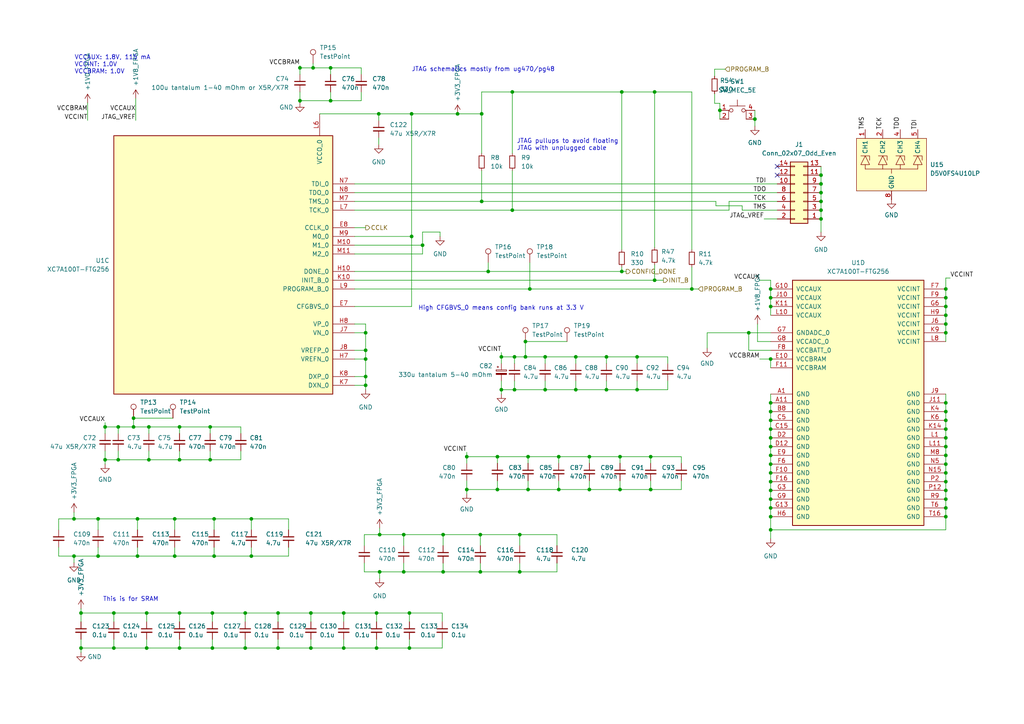
<source format=kicad_sch>
(kicad_sch (version 20211123) (generator eeschema)
  (paper "A4")
  (title_block (title "VGA Centrifuge") (date "2022-09-30") (rev "R1") (comment 1 "Author: Paolo Celati") (comment 2 "FPGA Power & JTAG"))
  (junction (at 238.125 63.5))
  (junction (at 50.673 161.29))
  (junction (at 62.103 161.29))
  (junction (at 95.885 19.685))
  (junction (at 148.59 60.96))
  (junction (at 110.109 165.862))
  (junction (at 30.48 123.825))
  (junction (at 274.32 88.9))
  (junction (at 119.38 68.58))
  (junction (at 60.96 123.825))
  (junction (at 153.67 83.82))
  (junction (at 274.32 139.7))
  (junction (at 179.832 141.986))
  (junction (at 33.02 177.8))
  (junction (at 28.448 150.495))
  (junction (at 162.052 141.986))
  (junction (at 60.96 133.35))
  (junction (at 274.32 134.62))
  (junction (at 274.32 91.44))
  (junction (at 71.12 187.96))
  (junction (at 150.749 155.067))
  (junction (at 184.785 113.03))
  (junction (at 33.02 187.96))
  (junction (at 158.115 113.03))
  (junction (at 109.22 187.96))
  (junction (at 42.545 187.96))
  (junction (at 139.319 165.862))
  (junction (at 223.52 129.54))
  (junction (at 274.32 96.52))
  (junction (at 274.32 137.16))
  (junction (at 106.045 104.14))
  (junction (at 223.52 153.67))
  (junction (at 21.463 161.29))
  (junction (at 72.898 161.29))
  (junction (at 38.735 121.285))
  (junction (at 223.52 149.86))
  (junction (at 71.12 177.8))
  (junction (at 52.07 133.35))
  (junction (at 274.32 116.84))
  (junction (at 223.52 147.32))
  (junction (at 128.524 155.067))
  (junction (at 72.898 150.495))
  (junction (at 223.52 121.92))
  (junction (at 152.4 103.505))
  (junction (at 39.878 150.495))
  (junction (at 274.32 121.92))
  (junction (at 223.52 86.36))
  (junction (at 170.942 132.461))
  (junction (at 139.319 155.067))
  (junction (at 30.48 133.35))
  (junction (at 34.29 123.825))
  (junction (at 238.125 60.96))
  (junction (at 223.52 132.08))
  (junction (at 150.749 165.862))
  (junction (at 38.735 123.825))
  (junction (at 223.52 104.14))
  (junction (at 274.32 149.86))
  (junction (at 188.722 132.461))
  (junction (at 145.415 103.505))
  (junction (at 184.785 103.505))
  (junction (at 223.52 127))
  (junction (at 86.995 19.685))
  (junction (at 99.695 187.96))
  (junction (at 99.695 177.8))
  (junction (at 144.272 132.461))
  (junction (at 148.59 26.67))
  (junction (at 238.125 58.42))
  (junction (at 117.094 155.067))
  (junction (at 274.32 129.54))
  (junction (at 223.52 134.62))
  (junction (at 42.545 177.8))
  (junction (at 21.463 150.495))
  (junction (at 90.805 19.685))
  (junction (at 274.32 124.46))
  (junction (at 118.745 187.96))
  (junction (at 153.162 132.461))
  (junction (at 90.17 177.8))
  (junction (at 180.34 78.74))
  (junction (at 106.045 109.22))
  (junction (at 274.32 83.82))
  (junction (at 34.29 133.35))
  (junction (at 189.865 81.28))
  (junction (at 162.052 132.461))
  (junction (at 106.045 101.6))
  (junction (at 61.595 187.96))
  (junction (at 189.865 26.67))
  (junction (at 106.045 96.52))
  (junction (at 238.125 50.8))
  (junction (at 238.125 53.34))
  (junction (at 62.103 150.495))
  (junction (at 23.495 187.96))
  (junction (at 139.7 58.42))
  (junction (at 274.32 144.78))
  (junction (at 52.07 177.8))
  (junction (at 274.32 119.38))
  (junction (at 52.07 187.96))
  (junction (at 80.645 187.96))
  (junction (at 90.17 187.96))
  (junction (at 110.109 155.067))
  (junction (at 80.645 177.8))
  (junction (at 144.272 141.986))
  (junction (at 149.225 103.505))
  (junction (at 122.555 71.12))
  (junction (at 95.885 29.21))
  (junction (at 149.225 113.03))
  (junction (at 145.415 113.03))
  (junction (at 223.52 139.7))
  (junction (at 223.52 83.82))
  (junction (at 135.382 141.986))
  (junction (at 106.045 111.76))
  (junction (at 86.995 29.21))
  (junction (at 188.722 141.986))
  (junction (at 152.4 99.06))
  (junction (at 50.673 150.495))
  (junction (at 175.895 103.505))
  (junction (at 179.832 132.461))
  (junction (at 139.7 33.02))
  (junction (at 167.005 103.505))
  (junction (at 223.52 142.24))
  (junction (at 274.32 93.98))
  (junction (at 153.162 141.986))
  (junction (at 218.948 34.544))
  (junction (at 128.524 165.862))
  (junction (at 223.52 88.9))
  (junction (at 238.125 55.88))
  (junction (at 180.34 26.67))
  (junction (at 167.005 113.03))
  (junction (at 223.52 116.84))
  (junction (at 217.17 96.52))
  (junction (at 274.32 147.32))
  (junction (at 119.38 33.02))
  (junction (at 135.382 132.461))
  (junction (at 43.18 123.825))
  (junction (at 109.22 177.8))
  (junction (at 274.32 86.36))
  (junction (at 223.52 124.46))
  (junction (at 39.878 161.29))
  (junction (at 200.66 83.82))
  (junction (at 43.18 133.35))
  (junction (at 223.52 144.78))
  (junction (at 170.942 141.986))
  (junction (at 109.855 33.02))
  (junction (at 23.495 177.8))
  (junction (at 223.52 119.38))
  (junction (at 61.595 177.8))
  (junction (at 274.32 127))
  (junction (at 274.32 142.24))
  (junction (at 175.895 113.03))
  (junction (at 208.788 32.004))
  (junction (at 132.715 33.02))
  (junction (at 141.605 78.74))
  (junction (at 117.094 165.862))
  (junction (at 223.52 137.16))
  (junction (at 274.32 132.08))
  (junction (at 28.448 161.29))
  (junction (at 52.07 123.825))
  (junction (at 158.115 103.505))
  (junction (at 118.745 177.8))
  (no_connect (at 225.425 50.8))
  (no_connect (at 225.425 48.26))
  (wire (pts (xy 39.878 150.495) (xy 50.673 150.495)))
  (wire (pts (xy 42.545 187.96) (xy 42.545 185.42)))
  (wire (pts (xy 117.094 155.067) (xy 117.094 158.242)))
  (wire (pts (xy 122.555 67.31) (xy 127.635 67.31)))
  (wire (pts (xy 28.448 150.495) (xy 39.878 150.495)))
  (wire (pts (xy 109.855 40.005) (xy 109.855 41.91)))
  (wire (pts (xy 200.66 72.39) (xy 200.66 26.67)))
  (wire (pts (xy 170.942 134.366) (xy 170.942 132.461)))
  (wire (pts (xy 106.045 109.22) (xy 102.87 109.22)))
  (wire (pts (xy 135.382 139.446) (xy 135.382 141.986)))
  (wire (pts (xy 139.319 155.067) (xy 139.319 158.242)))
  (wire (pts (xy 162.052 141.986) (xy 170.942 141.986)))
  (wire (pts (xy 80.645 177.8) (xy 90.17 177.8)))
  (wire (pts (xy 105.664 165.862) (xy 105.664 163.322)))
  (wire (pts (xy 95.885 21.59) (xy 95.885 19.685)))
  (wire (pts (xy 170.942 139.446) (xy 170.942 141.986)))
  (wire (pts (xy 17.018 150.495) (xy 17.018 153.67)))
  (wire (pts (xy 179.832 134.366) (xy 179.832 132.461)))
  (wire (pts (xy 145.415 103.505) (xy 149.225 103.505)))
  (wire (pts (xy 99.695 187.96) (xy 90.17 187.96)))
  (wire (pts (xy 102.87 81.28) (xy 189.865 81.28)))
  (wire (pts (xy 238.125 53.34) (xy 238.125 55.88)))
  (wire (pts (xy 223.52 142.24) (xy 223.52 144.78)))
  (wire (pts (xy 30.48 123.825) (xy 34.29 123.825)))
  (wire (pts (xy 162.052 132.461) (xy 170.942 132.461)))
  (wire (pts (xy 117.094 165.862) (xy 128.524 165.862)))
  (wire (pts (xy 127.635 67.31) (xy 127.635 68.58)))
  (wire (pts (xy 139.7 26.67) (xy 148.59 26.67)))
  (wire (pts (xy 86.995 19.05) (xy 86.995 19.685)))
  (wire (pts (xy 69.85 125.73) (xy 69.85 123.825)))
  (wire (pts (xy 102.87 73.66) (xy 122.555 73.66)))
  (wire (pts (xy 223.52 134.62) (xy 223.52 137.16)))
  (wire (pts (xy 102.87 55.88) (xy 225.425 55.88)))
  (wire (pts (xy 102.87 66.04) (xy 106.045 66.04)))
  (wire (pts (xy 42.545 177.8) (xy 42.545 180.34)))
  (wire (pts (xy 149.225 105.41) (xy 149.225 103.505)))
  (wire (pts (xy 145.415 103.505) (xy 145.415 105.41)))
  (wire (pts (xy 23.495 177.8) (xy 23.495 180.34)))
  (wire (pts (xy 189.865 26.67) (xy 189.865 71.755)))
  (wire (pts (xy 207.264 22.098) (xy 207.264 20.066)))
  (wire (pts (xy 149.225 110.49) (xy 149.225 113.03)))
  (wire (pts (xy 118.745 187.96) (xy 118.745 185.42)))
  (wire (pts (xy 139.319 155.067) (xy 150.749 155.067)))
  (wire (pts (xy 104.775 21.59) (xy 104.775 19.685)))
  (wire (pts (xy 200.66 83.82) (xy 202.565 83.82)))
  (wire (pts (xy 167.005 103.505) (xy 175.895 103.505)))
  (wire (pts (xy 223.52 99.06) (xy 219.71 99.06)))
  (wire (pts (xy 33.02 187.96) (xy 33.02 185.42)))
  (wire (pts (xy 139.7 33.02) (xy 139.7 26.67)))
  (wire (pts (xy 274.32 114.3) (xy 274.32 116.84)))
  (wire (pts (xy 184.785 110.49) (xy 184.785 113.03)))
  (wire (pts (xy 149.225 103.505) (xy 152.4 103.505)))
  (wire (pts (xy 105.664 165.862) (xy 110.109 165.862)))
  (wire (pts (xy 17.018 150.495) (xy 21.463 150.495)))
  (wire (pts (xy 61.595 177.8) (xy 71.12 177.8)))
  (wire (pts (xy 39.878 161.29) (xy 39.878 158.75)))
  (wire (pts (xy 109.22 187.96) (xy 99.695 187.96)))
  (wire (pts (xy 184.785 113.03) (xy 193.675 113.03)))
  (wire (pts (xy 145.415 102.235) (xy 145.415 103.505)))
  (wire (pts (xy 153.162 132.461) (xy 162.052 132.461)))
  (wire (pts (xy 95.885 29.21) (xy 104.775 29.21)))
  (wire (pts (xy 25.4 29.845) (xy 25.4 34.925)))
  (wire (pts (xy 223.52 101.6) (xy 217.17 101.6)))
  (wire (pts (xy 128.27 187.96) (xy 118.745 187.96)))
  (wire (pts (xy 42.545 177.8) (xy 52.07 177.8)))
  (wire (pts (xy 197.612 139.446) (xy 197.612 141.986)))
  (wire (pts (xy 60.96 133.35) (xy 69.85 133.35)))
  (wire (pts (xy 167.005 113.03) (xy 175.895 113.03)))
  (wire (pts (xy 238.125 48.26) (xy 238.125 50.8)))
  (wire (pts (xy 95.885 26.67) (xy 95.885 29.21)))
  (wire (pts (xy 102.87 88.9) (xy 119.38 88.9)))
  (wire (pts (xy 223.52 127) (xy 223.52 129.54)))
  (wire (pts (xy 106.045 96.52) (xy 106.045 101.6)))
  (wire (pts (xy 148.59 49.53) (xy 148.59 60.96)))
  (wire (pts (xy 86.995 29.21) (xy 86.995 29.845)))
  (wire (pts (xy 23.495 176.53) (xy 23.495 177.8)))
  (wire (pts (xy 72.898 161.29) (xy 72.898 158.75)))
  (wire (pts (xy 60.96 125.73) (xy 60.96 123.825)))
  (wire (pts (xy 61.595 177.8) (xy 61.595 180.34)))
  (wire (pts (xy 38.735 123.825) (xy 43.18 123.825)))
  (wire (pts (xy 109.22 177.8) (xy 109.22 180.34)))
  (wire (pts (xy 207.264 29.972) (xy 207.264 27.178)))
  (wire (pts (xy 223.52 86.36) (xy 223.52 83.82)))
  (wire (pts (xy 109.855 33.02) (xy 109.855 34.925)))
  (wire (pts (xy 274.32 96.52) (xy 274.32 93.98)))
  (wire (pts (xy 223.52 104.14) (xy 223.52 106.68)))
  (wire (pts (xy 274.32 83.82) (xy 274.32 80.645)))
  (wire (pts (xy 274.32 91.44) (xy 274.32 88.9)))
  (wire (pts (xy 218.948 34.544) (xy 218.948 36.576)))
  (wire (pts (xy 52.07 187.96) (xy 42.545 187.96)))
  (wire (pts (xy 189.865 76.835) (xy 189.865 81.28)))
  (wire (pts (xy 223.52 137.16) (xy 223.52 139.7)))
  (wire (pts (xy 106.045 104.14) (xy 106.045 109.22)))
  (wire (pts (xy 223.52 132.08) (xy 223.52 134.62)))
  (wire (pts (xy 158.115 103.505) (xy 167.005 103.505)))
  (wire (pts (xy 90.17 187.96) (xy 90.17 185.42)))
  (wire (pts (xy 153.162 141.986) (xy 162.052 141.986)))
  (wire (pts (xy 71.12 187.96) (xy 71.12 185.42)))
  (wire (pts (xy 175.895 103.505) (xy 184.785 103.505)))
  (wire (pts (xy 150.749 165.862) (xy 150.749 163.322)))
  (wire (pts (xy 207.645 58.42) (xy 207.645 59.69)))
  (wire (pts (xy 71.12 177.8) (xy 71.12 180.34)))
  (wire (pts (xy 104.775 26.67) (xy 104.775 29.21)))
  (wire (pts (xy 153.162 139.446) (xy 153.162 141.986)))
  (wire (pts (xy 223.52 88.9) (xy 223.52 86.36)))
  (wire (pts (xy 90.17 187.96) (xy 80.645 187.96)))
  (wire (pts (xy 102.87 83.82) (xy 153.67 83.82)))
  (wire (pts (xy 83.693 158.75) (xy 83.693 161.29)))
  (wire (pts (xy 34.29 125.73) (xy 34.29 123.825)))
  (wire (pts (xy 164.465 99.06) (xy 152.4 99.06)))
  (wire (pts (xy 153.67 83.82) (xy 200.66 83.82)))
  (wire (pts (xy 217.17 101.6) (xy 217.17 96.52)))
  (wire (pts (xy 62.103 161.29) (xy 72.898 161.29)))
  (wire (pts (xy 274.32 88.9) (xy 274.32 86.36)))
  (wire (pts (xy 80.645 187.96) (xy 80.645 185.42)))
  (wire (pts (xy 23.495 185.42) (xy 23.495 187.96)))
  (wire (pts (xy 106.045 111.76) (xy 102.87 111.76)))
  (wire (pts (xy 86.995 26.67) (xy 86.995 29.21)))
  (wire (pts (xy 188.722 134.366) (xy 188.722 132.461)))
  (wire (pts (xy 52.07 130.81) (xy 52.07 133.35)))
  (wire (pts (xy 30.48 133.35) (xy 30.48 134.62)))
  (wire (pts (xy 274.32 86.36) (xy 274.32 83.82)))
  (wire (pts (xy 50.673 161.29) (xy 62.103 161.29)))
  (wire (pts (xy 43.18 133.35) (xy 34.29 133.35)))
  (wire (pts (xy 72.898 161.29) (xy 83.693 161.29)))
  (wire (pts (xy 30.48 122.555) (xy 30.48 123.825)))
  (wire (pts (xy 208.788 29.972) (xy 207.264 29.972)))
  (wire (pts (xy 274.32 134.62) (xy 274.32 137.16)))
  (wire (pts (xy 179.832 141.986) (xy 188.722 141.986)))
  (wire (pts (xy 128.27 180.34) (xy 128.27 177.8)))
  (wire (pts (xy 179.832 132.461) (xy 188.722 132.461)))
  (wire (pts (xy 211.455 58.42) (xy 211.455 60.96)))
  (wire (pts (xy 106.045 93.98) (xy 106.045 96.52)))
  (wire (pts (xy 149.225 113.03) (xy 145.415 113.03)))
  (wire (pts (xy 95.885 19.685) (xy 104.775 19.685)))
  (wire (pts (xy 148.59 26.67) (xy 180.34 26.67)))
  (wire (pts (xy 162.052 139.446) (xy 162.052 141.986)))
  (wire (pts (xy 139.7 33.02) (xy 139.7 44.45)))
  (wire (pts (xy 62.103 161.29) (xy 62.103 158.75)))
  (wire (pts (xy 175.895 113.03) (xy 184.785 113.03)))
  (wire (pts (xy 109.855 33.02) (xy 92.71 33.02)))
  (wire (pts (xy 52.07 187.96) (xy 52.07 185.42)))
  (wire (pts (xy 119.38 68.58) (xy 119.38 88.9)))
  (wire (pts (xy 205.105 96.52) (xy 205.105 100.965)))
  (wire (pts (xy 17.018 161.29) (xy 17.018 158.75)))
  (wire (pts (xy 122.555 71.12) (xy 122.555 73.66)))
  (wire (pts (xy 39.37 28.575) (xy 39.37 34.925)))
  (wire (pts (xy 161.544 155.067) (xy 161.544 158.242)))
  (wire (pts (xy 61.595 187.96) (xy 61.595 185.42)))
  (wire (pts (xy 148.59 26.67) (xy 148.59 44.45)))
  (wire (pts (xy 188.722 132.461) (xy 197.612 132.461)))
  (wire (pts (xy 34.29 133.35) (xy 30.48 133.35)))
  (wire (pts (xy 274.32 144.78) (xy 274.32 147.32)))
  (wire (pts (xy 274.32 119.38) (xy 274.32 121.92)))
  (wire (pts (xy 161.544 165.862) (xy 161.544 163.322)))
  (wire (pts (xy 38.735 121.285) (xy 38.735 123.825)))
  (wire (pts (xy 274.32 93.98) (xy 274.32 91.44)))
  (wire (pts (xy 69.85 130.81) (xy 69.85 133.35)))
  (wire (pts (xy 208.788 34.544) (xy 208.788 32.004)))
  (wire (pts (xy 144.272 134.366) (xy 144.272 132.461)))
  (wire (pts (xy 60.96 130.81) (xy 60.96 133.35)))
  (wire (pts (xy 223.52 139.7) (xy 223.52 142.24)))
  (wire (pts (xy 90.805 19.685) (xy 95.885 19.685)))
  (wire (pts (xy 223.52 144.78) (xy 223.52 147.32)))
  (wire (pts (xy 28.448 161.29) (xy 28.448 158.75)))
  (wire (pts (xy 193.675 110.49) (xy 193.675 113.03)))
  (wire (pts (xy 135.382 134.366) (xy 135.382 132.461)))
  (wire (pts (xy 223.52 116.84) (xy 223.52 119.38)))
  (wire (pts (xy 33.02 177.8) (xy 42.545 177.8)))
  (wire (pts (xy 135.382 132.461) (xy 144.272 132.461)))
  (wire (pts (xy 153.162 141.986) (xy 144.272 141.986)))
  (wire (pts (xy 223.52 121.92) (xy 223.52 124.46)))
  (wire (pts (xy 175.895 105.41) (xy 175.895 103.505)))
  (wire (pts (xy 60.96 123.825) (xy 69.85 123.825)))
  (wire (pts (xy 184.785 103.505) (xy 193.675 103.505)))
  (wire (pts (xy 106.045 101.6) (xy 106.045 104.14)))
  (wire (pts (xy 167.005 110.49) (xy 167.005 113.03)))
  (wire (pts (xy 34.29 123.825) (xy 38.735 123.825)))
  (wire (pts (xy 28.448 150.495) (xy 28.448 153.67)))
  (wire (pts (xy 128.27 187.96) (xy 128.27 185.42)))
  (wire (pts (xy 152.4 99.06) (xy 152.4 103.505)))
  (wire (pts (xy 145.415 113.03) (xy 145.415 110.49)))
  (wire (pts (xy 167.005 113.03) (xy 158.115 113.03)))
  (wire (pts (xy 71.12 187.96) (xy 61.595 187.96)))
  (wire (pts (xy 274.32 99.06) (xy 274.32 96.52)))
  (wire (pts (xy 106.045 109.22) (xy 106.045 111.76)))
  (wire (pts (xy 52.07 123.825) (xy 60.96 123.825)))
  (wire (pts (xy 193.675 105.41) (xy 193.675 103.505)))
  (wire (pts (xy 52.07 177.8) (xy 61.595 177.8)))
  (wire (pts (xy 102.87 78.74) (xy 141.605 78.74)))
  (wire (pts (xy 62.103 150.495) (xy 72.898 150.495)))
  (wire (pts (xy 50.673 150.495) (xy 50.673 153.67)))
  (wire (pts (xy 150.749 165.862) (xy 161.544 165.862)))
  (wire (pts (xy 28.448 161.29) (xy 39.878 161.29)))
  (wire (pts (xy 153.67 76.2) (xy 153.67 83.82)))
  (wire (pts (xy 39.878 150.495) (xy 39.878 153.67)))
  (wire (pts (xy 219.71 93.98) (xy 219.71 99.06)))
  (wire (pts (xy 238.125 50.8) (xy 238.125 53.34)))
  (wire (pts (xy 86.995 19.685) (xy 90.805 19.685)))
  (wire (pts (xy 34.29 130.81) (xy 34.29 133.35)))
  (wire (pts (xy 80.645 177.8) (xy 80.645 180.34)))
  (wire (pts (xy 30.48 133.35) (xy 30.48 130.81)))
  (wire (pts (xy 150.749 155.067) (xy 150.749 158.242)))
  (wire (pts (xy 274.32 129.54) (xy 274.32 132.08)))
  (wire (pts (xy 144.272 139.446) (xy 144.272 141.986)))
  (wire (pts (xy 223.52 83.82) (xy 223.52 81.28)))
  (wire (pts (xy 119.38 33.02) (xy 119.38 68.58)))
  (wire (pts (xy 50.673 150.495) (xy 62.103 150.495)))
  (wire (pts (xy 215.265 59.69) (xy 215.265 60.96)))
  (wire (pts (xy 274.32 124.46) (xy 274.32 127)))
  (wire (pts (xy 62.103 150.495) (xy 62.103 153.67)))
  (wire (pts (xy 106.045 104.14) (xy 102.87 104.14)))
  (wire (pts (xy 179.832 139.446) (xy 179.832 141.986)))
  (wire (pts (xy 117.094 155.067) (xy 128.524 155.067)))
  (wire (pts (xy 220.345 104.14) (xy 223.52 104.14)))
  (wire (pts (xy 135.382 141.986) (xy 135.382 143.256)))
  (wire (pts (xy 128.524 165.862) (xy 139.319 165.862)))
  (wire (pts (xy 274.32 153.67) (xy 223.52 153.67)))
  (wire (pts (xy 274.32 137.16) (xy 274.32 139.7)))
  (wire (pts (xy 117.094 165.862) (xy 117.094 163.322)))
  (wire (pts (xy 238.125 58.42) (xy 238.125 60.96)))
  (wire (pts (xy 274.32 147.32) (xy 274.32 149.86)))
  (wire (pts (xy 200.66 77.47) (xy 200.66 83.82)))
  (wire (pts (xy 139.319 165.862) (xy 139.319 163.322)))
  (wire (pts (xy 39.878 161.29) (xy 50.673 161.29)))
  (wire (pts (xy 50.673 161.29) (xy 50.673 158.75)))
  (wire (pts (xy 207.264 20.066) (xy 210.312 20.066)))
  (wire (pts (xy 223.52 124.46) (xy 223.52 127)))
  (wire (pts (xy 105.664 155.067) (xy 110.109 155.067)))
  (wire (pts (xy 170.942 132.461) (xy 179.832 132.461)))
  (wire (pts (xy 110.109 165.862) (xy 110.109 167.767)))
  (wire (pts (xy 180.34 26.67) (xy 180.34 72.39)))
  (wire (pts (xy 23.495 177.8) (xy 33.02 177.8)))
  (wire (pts (xy 110.109 165.862) (xy 117.094 165.862)))
  (wire (pts (xy 158.115 105.41) (xy 158.115 103.505)))
  (wire (pts (xy 144.272 132.461) (xy 153.162 132.461)))
  (wire (pts (xy 118.745 177.8) (xy 118.745 180.34)))
  (wire (pts (xy 188.722 141.986) (xy 197.612 141.986)))
  (wire (pts (xy 274.32 139.7) (xy 274.32 142.24)))
  (wire (pts (xy 139.7 33.02) (xy 132.715 33.02)))
  (wire (pts (xy 52.07 133.35) (xy 60.96 133.35)))
  (wire (pts (xy 220.345 81.28) (xy 223.52 81.28)))
  (wire (pts (xy 184.785 105.41) (xy 184.785 103.505)))
  (wire (pts (xy 167.005 105.41) (xy 167.005 103.505)))
  (wire (pts (xy 122.555 67.31) (xy 122.555 71.12)))
  (wire (pts (xy 99.695 177.8) (xy 99.695 180.34)))
  (wire (pts (xy 110.109 155.067) (xy 117.094 155.067)))
  (wire (pts (xy 141.605 78.74) (xy 180.34 78.74)))
  (wire (pts (xy 274.32 80.645) (xy 275.59 80.645)))
  (wire (pts (xy 170.942 141.986) (xy 179.832 141.986)))
  (wire (pts (xy 110.109 153.162) (xy 110.109 155.067)))
  (wire (pts (xy 175.895 110.49) (xy 175.895 113.03)))
  (wire (pts (xy 141.605 76.2) (xy 141.605 78.74)))
  (wire (pts (xy 189.865 26.67) (xy 200.66 26.67)))
  (wire (pts (xy 139.7 58.42) (xy 102.87 58.42)))
  (wire (pts (xy 106.045 101.6) (xy 102.87 101.6)))
  (wire (pts (xy 180.34 78.74) (xy 181.61 78.74)))
  (wire (pts (xy 139.7 58.42) (xy 207.645 58.42)))
  (wire (pts (xy 189.865 81.28) (xy 192.405 81.28)))
  (wire (pts (xy 90.805 18.415) (xy 90.805 19.685)))
  (wire (pts (xy 50.165 121.285) (xy 38.735 121.285)))
  (wire (pts (xy 274.32 121.92) (xy 274.32 124.46)))
  (wire (pts (xy 215.265 60.96) (xy 225.425 60.96)))
  (wire (pts (xy 274.32 127) (xy 274.32 129.54)))
  (wire (pts (xy 223.52 149.86) (xy 223.52 153.67)))
  (wire (pts (xy 217.17 96.52) (xy 205.105 96.52)))
  (wire (pts (xy 180.34 77.47) (xy 180.34 78.74)))
  (wire (pts (xy 21.463 161.29) (xy 28.448 161.29)))
  (wire (pts (xy 118.745 187.96) (xy 109.22 187.96)))
  (wire (pts (xy 109.22 177.8) (xy 118.745 177.8)))
  (wire (pts (xy 158.115 113.03) (xy 149.225 113.03)))
  (wire (pts (xy 238.125 63.5) (xy 238.125 67.31)))
  (wire (pts (xy 23.495 187.96) (xy 23.495 189.23)))
  (wire (pts (xy 238.125 55.88) (xy 238.125 58.42)))
  (wire (pts (xy 83.693 150.495) (xy 72.898 150.495)))
  (wire (pts (xy 102.87 60.96) (xy 148.59 60.96)))
  (wire (pts (xy 238.125 60.96) (xy 238.125 63.5)))
  (wire (pts (xy 197.612 134.366) (xy 197.612 132.461)))
  (wire (pts (xy 144.272 141.986) (xy 135.382 141.986)))
  (wire (pts (xy 61.595 187.96) (xy 52.07 187.96)))
  (wire (pts (xy 158.115 110.49) (xy 158.115 113.03)))
  (wire (pts (xy 223.52 129.54) (xy 223.52 132.08)))
  (wire (pts (xy 128.524 155.067) (xy 139.319 155.067)))
  (wire (pts (xy 223.52 114.3) (xy 223.52 116.84)))
  (wire (pts (xy 109.22 187.96) (xy 109.22 185.42)))
  (wire (pts (xy 102.87 96.52) (xy 106.045 96.52)))
  (wire (pts (xy 274.32 116.84) (xy 274.32 119.38)))
  (wire (pts (xy 90.17 177.8) (xy 99.695 177.8)))
  (wire (pts (xy 274.32 142.24) (xy 274.32 144.78)))
  (wire (pts (xy 223.52 147.32) (xy 223.52 149.86)))
  (wire (pts (xy 145.415 113.03) (xy 145.415 114.3)))
  (wire (pts (xy 33.02 187.96) (xy 23.495 187.96)))
  (wire (pts (xy 102.87 93.98) (xy 106.045 93.98)))
  (wire (pts (xy 43.18 123.825) (xy 52.07 123.825)))
  (wire (pts (xy 135.382 131.191) (xy 135.382 132.461)))
  (wire (pts (xy 188.722 139.446) (xy 188.722 141.986)))
  (wire (pts (xy 21.463 150.495) (xy 28.448 150.495)))
  (wire (pts (xy 148.59 60.96) (xy 211.455 60.96)))
  (wire (pts (xy 139.319 165.862) (xy 150.749 165.862)))
  (wire (pts (xy 221.615 63.5) (xy 225.425 63.5)))
  (wire (pts (xy 152.4 103.505) (xy 158.115 103.505)))
  (wire (pts (xy 71.12 177.8) (xy 80.645 177.8)))
  (wire (pts (xy 52.07 133.35) (xy 43.18 133.35)))
  (wire (pts (xy 223.52 91.44) (xy 223.52 88.9)))
  (wire (pts (xy 83.693 153.67) (xy 83.693 150.495)))
  (wire (pts (xy 102.87 68.58) (xy 119.38 68.58)))
  (wire (pts (xy 30.48 123.825) (xy 30.48 125.73)))
  (wire (pts (xy 52.07 125.73) (xy 52.07 123.825)))
  (wire (pts (xy 274.32 132.08) (xy 274.32 134.62)))
  (wire (pts (xy 180.34 26.67) (xy 189.865 26.67)))
  (wire (pts (xy 21.463 148.59) (xy 21.463 150.495)))
  (wire (pts (xy 90.17 177.8) (xy 90.17 180.34)))
  (wire (pts (xy 223.52 119.38) (xy 223.52 121.92)))
  (wire (pts (xy 17.018 161.29) (xy 21.463 161.29)))
  (wire (pts (xy 21.463 161.29) (xy 21.463 163.195)))
  (wire (pts (xy 42.545 187.96) (xy 33.02 187.96)))
  (wire (pts (xy 162.052 134.366) (xy 162.052 132.461)))
  (wire (pts (xy 52.07 177.8) (xy 52.07 180.34)))
  (wire (pts (xy 223.52 96.52) (xy 217.17 96.52)))
  (wire (pts (xy 274.32 149.86) (xy 274.32 153.67)))
  (wire (pts (xy 86.995 21.59) (xy 86.995 19.685)))
  (wire (pts (xy 223.52 153.67) (xy 223.52 156.21)))
  (wire (pts (xy 99.695 177.8) (xy 109.22 177.8)))
  (wire (pts (xy 118.745 177.8) (xy 128.27 177.8)))
  (wire (pts (xy 150.749 155.067) (xy 161.544 155.067)))
  (wire (pts (xy 102.87 53.34) (xy 225.425 53.34)))
  (wire (pts (xy 132.715 33.02) (xy 119.38 33.02)))
  (wire (pts (xy 80.645 187.96) (xy 71.12 187.96)))
  (wire (pts (xy 43.18 130.81) (xy 43.18 133.35)))
  (wire (pts (xy 128.524 155.067) (xy 128.524 158.242)))
  (wire (pts (xy 43.18 125.73) (xy 43.18 123.825)))
  (wire (pts (xy 102.87 71.12) (xy 122.555 71.12)))
  (wire (pts (xy 106.045 111.76) (xy 106.045 113.03)))
  (wire (pts (xy 99.695 187.96) (xy 99.695 185.42)))
  (wire (pts (xy 128.524 165.862) (xy 128.524 163.322)))
  (wire (pts (xy 153.162 134.366) (xy 153.162 132.461)))
  (wire (pts (xy 86.995 29.21) (xy 95.885 29.21)))
  (wire (pts (xy 33.02 177.8) (xy 33.02 180.34)))
  (wire (pts (xy 105.664 155.067) (xy 105.664 158.242)))
  (wire (pts (xy 72.898 150.495) (xy 72.898 153.67)))
  (wire (pts (xy 208.788 32.004) (xy 208.788 29.972)))
  (wire (pts (xy 139.7 49.53) (xy 139.7 58.42)))
  (wire (pts (xy 225.425 58.42) (xy 211.455 58.42)))
  (wire (pts (xy 207.645 59.69) (xy 215.265 59.69)))
  (wire (pts (xy 218.948 32.004) (xy 218.948 34.544)))
  (wire (pts (xy 119.38 33.02) (xy 109.855 33.02)))
  (text "JTAG pullups to avoid floating\nJTAG with unplugged cable" (at 149.86 43.815 0) (effects (font (size 1.27 1.27)) (justify left bottom)))
  (text "High CFGBVS_0 means config bank runs at 3.3 V" (at 121.285 90.17 0) (effects (font (size 1.27 1.27)) (justify left bottom)))
  (text "This is for SRAM" (at 29.845 174.625 0) (effects (font (size 1.27 1.27)) (justify left bottom)))
  (text "VCCAUX: 1.8V, 115 mA\nVCCINT: 1.0V\nVCCBRAM: 1.0V" (at 21.59 21.59 0) (effects (font (size 1.27 1.27)) (justify left bottom)))
  (text "JTAG schematics mostly from ug470/pg48" (at 119.38 20.955 0) (effects (font (size 1.27 1.27)) (justify left bottom)))
  (label "TDI" (at 222.25 53.34 180))
  (label "TMS" (at 222.25 60.96 180))
  (label "VCCAUX" (at 39.37 32.385 180))
  (label "TDI" (at 266.192 37.592 90))
  (label "TDO" (at 222.25 55.88 180))
  (label "VCCAUX" (at 30.48 122.555 180))
  (label "VCCINT" (at 275.59 80.645 0))
  (label "VCCAUX" (at 220.345 81.28 180))
  (label "VCCBRAM" (at 25.4 32.385 180))
  (label "VCCBRAM" (at 86.995 19.05 180))
  (label "TMS" (at 250.952 37.592 90))
  (label "JTAG_VREF" (at 221.615 63.5 180))
  (label "VCCINT" (at 145.415 102.235 180))
  (label "VCCBRAM" (at 220.345 104.14 180))
  (label "JTAG_VREF" (at 39.37 34.925 180))
  (label "VCCINT" (at 135.382 131.191 180))
  (label "TCK" (at 256.032 37.592 90))
  (label "TDO" (at 261.112 37.592 90))
  (label "VCCINT" (at 25.4 34.925 180))
  (label "TCK" (at 222.25 58.42 180))
  (hierarchical_label "CONFIG_DONE" (shape output) (at 181.61 78.74 0))
  (hierarchical_label "PROGRAM_B" (shape input) (at 202.565 83.82 0))
  (hierarchical_label "PROGRAM_B" (shape input) (at 210.312 20.066 0))
  (hierarchical_label "CCLK" (shape output) (at 106.045 66.04 0))
  (hierarchical_label "INIT_B" (shape output) (at 192.405 81.28 0))
  (symbol (lib_id "Device:C_Small") (at 179.832 136.906 0) (unit 1)
    (property "Reference" "C91" (at 183.007 135.6422 0) (effects (justify left)))
    (property "Value" "470n" (at 183.007 138.1822 0) (effects (justify left)))
    (property "Footprint" "Capacitor_SMD:C_0603_1608Metric_Pad1.08x0.95mm_HandSolder" (effects hide))
    (property "Order Page" "https://no.mouser.com/ProductDetail/Murata-Electronics/GRM188R70J474KA01D?qs=UOvNgVTuGCosasgf37QP%2FA%3D%3D" (effects hide))
  )
  (symbol (lib_id "Device:C_Small") (at 69.85 128.27 0) (unit 1)
    (property "Reference" "C81" (at 72.39 127.0062 0) (effects (justify left)))
    (property "Value" "470n" (at 72.39 129.5462 0) (effects (justify left)))
    (property "Footprint" "Capacitor_SMD:C_0603_1608Metric_Pad1.08x0.95mm_HandSolder" (effects hide))
    (property "Order Page" "https://no.mouser.com/ProductDetail/Murata-Electronics/GRM188R70J474KA01D?qs=UOvNgVTuGCosasgf37QP%2FA%3D%3D" (effects hide))
  )
  (symbol (lib_id "power:GND") (at 110.109 167.767 0) (unit 1)
    (property "Reference" "#PWR0157" (effects hide))
    (property "Value" "GND" (at 110.109 172.847 0))
  )
  (symbol (lib_id "Device:C_Small") (at 95.885 24.13 0) (unit 1)
    (property "Reference" "C76" (at 99.06 22.8662 0) (effects (justify left)))
    (property "Value" "470n" (at 99.06 25.4062 0) (effects (justify left)))
    (property "Footprint" "Capacitor_SMD:C_0603_1608Metric_Pad1.08x0.95mm_HandSolder" (effects hide))
    (property "Order Page" "https://no.mouser.com/ProductDetail/Murata-Electronics/GRM188R70J474KA01D?qs=UOvNgVTuGCosasgf37QP%2FA%3D%3D" (effects hide))
  )
  (symbol (lib_id "Connector:TestPoint") (at 50.165 121.285 0) (unit 1)
    (property "Reference" "TP14" (at 52.07 116.7129 0) (effects (justify left)))
    (property "Value" "TestPoint" (at 52.07 119.2529 0) (effects (justify left)))
    (property "Footprint" "TestPoint:TestPoint_Keystone_5015_Micro-Minature" (effects hide))
    (property "Order Page" "https://no.mouser.com/ProductDetail/Keystone-Electronics/5015?qs=qOqV1E1P08ShW56PtUq2FA%3D%3D" (effects hide))
  )
  (symbol (lib_id "Device:R_Small") (at 200.66 74.93 0) (unit 1)
    (property "Reference" "R11" (at 202.565 73.6599 0) (effects (justify left)))
    (property "Value" "4.7k" (at 202.565 76.1999 0) (effects (justify left)))
    (property "Footprint" "Resistor_SMD:R_0805_2012Metric_Pad1.20x1.40mm_HandSolder" (effects hide))
    (property "Order Page" "https://no.mouser.com/ProductDetail/YAGEO/RC0805FR-074K7L?qs=sGAEpiMZZMtlubZbdhIBIDa%2FhYjOd3Y%252B7hgy2Q9kHw0%3D" (effects hide))
  )
  (symbol (lib_id "Connector:TestPoint") (at 90.805 18.415 0) (unit 1)
    (property "Reference" "TP15" (at 92.71 13.8429 0) (effects (justify left)))
    (property "Value" "TestPoint" (at 92.71 16.3829 0) (effects (justify left)))
    (property "Footprint" "TestPoint:TestPoint_Keystone_5015_Micro-Minature" (effects hide))
    (property "Order Page" "https://no.mouser.com/ProductDetail/Keystone-Electronics/5015?qs=qOqV1E1P08ShW56PtUq2FA%3D%3D" (effects hide))
  )
  (symbol (lib_id "Device:C_Small") (at 184.785 107.95 0) (unit 1)
    (property "Reference" "C92" (at 187.325 106.6862 0) (effects (justify left)))
    (property "Value" "4.7u" (at 187.325 109.2262 0) (effects (justify left)))
    (property "Footprint" "Capacitor_SMD:C_0805_2012Metric_Pad1.18x1.45mm_HandSolder" (effects hide))
    (property "Order Page" "https://no.mouser.com/ProductDetail/Samsung-Electro-Mechanics/CL21A475KPFNNNE?qs=yOVawPpwOwmSlN4VFiPp3g%3D%3D" (effects hide))
  )
  (symbol (lib_id "power:GND") (at 21.463 163.195 0) (unit 1)
    (property "Reference" "#PWR0138" (effects hide))
    (property "Value" "GND" (at 21.463 168.275 0))
  )
  (symbol (lib_id "Connector:TestPoint") (at 141.605 76.2 0) (unit 1)
    (property "Reference" "TP16" (at 143.51 71.6279 0) (effects (justify left)))
    (property "Value" "TestPoint" (at 143.51 74.1679 0) (effects (justify left)))
    (property "Footprint" "TestPoint:TestPoint_Keystone_5015_Micro-Minature" (effects hide))
    (property "Order Page" "https://no.mouser.com/ProductDetail/Keystone-Electronics/5015?qs=qOqV1E1P08ShW56PtUq2FA%3D%3D" (effects hide))
  )
  (symbol (lib_id "Device:R_Small") (at 207.264 24.638 0) (unit 1)
    (property "Reference" "R54" (at 208.788 23.3679 0) (effects (justify left)))
    (property "Value" "330" (at 208.788 25.9079 0) (effects (justify left)))
    (property "Footprint" "Resistor_SMD:R_0805_2012Metric_Pad1.20x1.40mm_HandSolder" (effects hide))
    (property "Order Page" "https://no.mouser.com/ProductDetail/Welwyn-Components-TT-Electronics/WCR0805-330RFI?qs=sGAEpiMZZMtlubZbdhIBIJKI6YlS673V5NyoJLO%2FYUQ%3D" (effects hide))
  )
  (symbol (lib_id "Connector:TestPoint") (at 152.4 99.06 0) (unit 1)
    (property "Reference" "TP17" (at 154.305 94.4879 0) (effects (justify left)))
    (property "Value" "TestPoint" (at 154.305 97.0279 0) (effects (justify left)))
    (property "Footprint" "TestPoint:TestPoint_Keystone_5015_Micro-Minature" (effects hide))
    (property "Order Page" "https://no.mouser.com/ProductDetail/Keystone-Electronics/5015?qs=qOqV1E1P08ShW56PtUq2FA%3D%3D" (effects hide))
  )
  (symbol (lib_id "Device:R_Small") (at 148.59 46.99 0) (unit 1)
    (property "Reference" "R9" (at 151.13 45.7199 0) (effects (justify left)))
    (property "Value" "10k" (at 151.13 48.2599 0) (effects (justify left)))
    (property "Footprint" "Resistor_SMD:R_0805_2012Metric_Pad1.20x1.40mm_HandSolder" (effects hide))
    (property "Order Page" "https://no.mouser.com/ProductDetail/YAGEO/RC0805FR-1310KL?qs=sGAEpiMZZMtlubZbdhIBIHucEnbnlIRRGobQQ23C9vc%3D" (effects hide))
  )
  (symbol (lib_id "power:GND") (at 109.855 41.91 0) (unit 1)
    (property "Reference" "#PWR0217" (effects hide))
    (property "Value" "GND" (at 109.855 46.99 0))
  )
  (symbol (lib_id "power:GND") (at 205.105 100.965 0) (unit 1)
    (property "Reference" "#PWR0205" (effects hide))
    (property "Value" "GND" (at 205.105 105.41 0))
  )
  (symbol (lib_id "Device:C_Small") (at 158.115 107.95 0) (unit 1)
    (property "Reference" "C86" (at 160.655 106.6862 0) (effects (justify left)))
    (property "Value" "4.7u" (at 160.655 109.2262 0) (effects (justify left)))
    (property "Footprint" "Capacitor_SMD:C_0805_2012Metric_Pad1.18x1.45mm_HandSolder" (effects hide))
    (property "Order Page" "https://no.mouser.com/ProductDetail/Samsung-Electro-Mechanics/CL21A475KPFNNNE?qs=yOVawPpwOwmSlN4VFiPp3g%3D%3D" (effects hide))
  )
  (symbol (lib_id "Device:C_Small") (at 61.595 182.88 0) (unit 1)
    (property "Reference" "C127" (at 64.77 181.6162 0) (effects (justify left)))
    (property "Value" "0.1u" (at 64.77 184.1562 0) (effects (justify left)))
    (property "Footprint" "Capacitor_SMD:C_0805_2012Metric_Pad1.18x1.45mm_HandSolder" (effects hide))
    (property "Order Page" "https://no.mouser.com/ProductDetail/Samsung-Electro-Mechanics/CL21F104ZBANNNC?qs=sGAEpiMZZMsh%252B1woXyUXjxqcB7t9naYp2FQ5fpmTNBQ%3D" (effects hide))
  )
  (symbol (lib_id "Device:C_Small") (at 52.07 128.27 0) (unit 1)
    (property "Reference" "C77" (at 54.61 127.0062 0) (effects (justify left)))
    (property "Value" "470n" (at 54.61 129.5462 0) (effects (justify left)))
    (property "Footprint" "Capacitor_SMD:C_0603_1608Metric_Pad1.08x0.95mm_HandSolder" (effects hide))
    (property "Order Page" "https://no.mouser.com/ProductDetail/Murata-Electronics/GRM188R70J474KA01D?qs=UOvNgVTuGCosasgf37QP%2FA%3D%3D" (effects hide))
  )
  (symbol (lib_id "Connector:TestPoint") (at 38.735 121.285 0) (unit 1)
    (property "Reference" "TP13" (at 40.64 116.7129 0) (effects (justify left)))
    (property "Value" "TestPoint" (at 40.64 119.2529 0) (effects (justify left)))
    (property "Footprint" "TestPoint:TestPoint_Keystone_5015_Micro-Minature" (effects hide))
    (property "Order Page" "https://no.mouser.com/ProductDetail/Keystone-Electronics/5015?qs=qOqV1E1P08ShW56PtUq2FA%3D%3D" (effects hide))
  )
  (symbol (lib_id "Device:C_Small") (at 52.07 182.88 0) (unit 1)
    (property "Reference" "C126" (at 54.61 181.6162 0) (effects (justify left)))
    (property "Value" "0.1u" (at 54.61 184.1562 0) (effects (justify left)))
    (property "Footprint" "Capacitor_SMD:C_0805_2012Metric_Pad1.18x1.45mm_HandSolder" (effects hide))
    (property "Order Page" "https://no.mouser.com/ProductDetail/Samsung-Electro-Mechanics/CL21F104ZBANNNC?qs=sGAEpiMZZMsh%252B1woXyUXjxqcB7t9naYp2FQ5fpmTNBQ%3D" (effects hide))
  )
  (symbol (lib_id "Device:C_Small") (at 128.27 182.88 0) (unit 1)
    (property "Reference" "C134" (at 130.81 181.6162 0) (effects (justify left)))
    (property "Value" "0.1u" (at 130.81 184.1562 0) (effects (justify left)))
    (property "Footprint" "Capacitor_SMD:C_0805_2012Metric_Pad1.18x1.45mm_HandSolder" (effects hide))
    (property "Order Page" "https://no.mouser.com/ProductDetail/Samsung-Electro-Mechanics/CL21F104ZBANNNC?qs=sGAEpiMZZMsh%252B1woXyUXjxqcB7t9naYp2FQ5fpmTNBQ%3D" (effects hide))
  )
  (symbol (lib_id "Device:C_Polarized_Small") (at 145.415 107.95 0) (unit 1)
    (property "Reference" "C82" (at 142.875 106.1338 0) (effects (justify right)))
    (property "Value" "330u tantalum 5-40 mOhm" (at 142.875 108.6738 0) (effects (justify right)))
    (property "Footprint" "Capacitor_Tantalum_SMD:CP_EIA-7343-31_Kemet-D_Pad2.25x2.55mm_HandSolder" (effects hide))
    (property "Order Page" "https://no.mouser.com/ProductDetail/Vishay-Polytech/T55D337M010C0018?qs=sGAEpiMZZMtZ1n0r9vR22budQHVeCB9z7VITjSVZjwLULvyEe%2FzGZA%3D%3D" (effects hide))
  )
  (symbol (lib_id "Switch:SW_MEC_5E") (at 213.868 34.544 0) (unit 1)
    (property "Reference" "SW1" (at 213.868 23.622 0))
    (property "Value" "SW_MEC_5E" (at 213.868 26.162 0))
    (property "Footprint" "centrifuge footprints:SW_Push_1P1T_NO_6x6mm_H9.5mm_modified" (effects hide))
    (property "Datasheet" "https://www.citrelay.com/Catalog%20Pages/SwitchCatalog/CS1102.pdf" (effects hide))
    (property "Order Page" "https://www.digikey.no/en/products/detail/cit-relay-and-switch/CS11025-0F100/16607790" (effects hide))
  )
  (symbol (lib_id "power:GND") (at 23.495 189.23 0) (unit 1)
    (property "Reference" "#PWR0224" (effects hide))
    (property "Value" "GND" (at 25.4 190.4999 0) (effects (justify left)))
  )
  (symbol (lib_id "Device:C_Small") (at 39.878 156.21 0) (unit 1)
    (property "Reference" "C113" (at 44.069 154.9462 0) (effects (justify left)))
    (property "Value" "470n" (at 44.069 157.4862 0) (effects (justify left)))
    (property "Footprint" "Capacitor_SMD:C_0603_1608Metric_Pad1.08x0.95mm_HandSolder" (effects hide))
    (property "Order Page" "https://no.mouser.com/ProductDetail/Murata-Electronics/GRM188R70J474KA01D?qs=UOvNgVTuGCosasgf37QP%2FA%3D%3D" (effects hide))
  )
  (symbol (lib_id "Device:C_Small") (at 43.18 128.27 0) (unit 1)
    (property "Reference" "C75" (at 45.72 127.0062 0) (effects (justify left)))
    (property "Value" "4.7u" (at 45.72 129.5462 0) (effects (justify left)))
    (property "Footprint" "Capacitor_SMD:C_0805_2012Metric_Pad1.18x1.45mm_HandSolder" (effects hide))
    (property "Order Page" "https://no.mouser.com/ProductDetail/Samsung-Electro-Mechanics/CL21A475KPFNNNE?qs=yOVawPpwOwmSlN4VFiPp3g%3D%3D" (effects hide))
  )
  (symbol (lib_id "Device:C_Small") (at 197.612 136.906 0) (unit 1)
    (property "Reference" "C95" (at 200.787 135.6422 0) (effects (justify left)))
    (property "Value" "470n" (at 200.787 138.1822 0) (effects (justify left)))
    (property "Footprint" "Capacitor_SMD:C_0603_1608Metric_Pad1.08x0.95mm_HandSolder" (effects hide))
    (property "Order Page" "https://no.mouser.com/ProductDetail/Murata-Electronics/GRM188R70J474KA01D?qs=UOvNgVTuGCosasgf37QP%2FA%3D%3D" (effects hide))
  )
  (symbol (lib_id "centrifuge_symbols:+3V3_FPGA") (at 21.463 148.59 0) (unit 1)
    (property "Reference" "#PWR0137" (effects hide))
    (property "Value" "+3V3_FPGA" (at 21.463 145.034 90) (effects (justify left)))
  )
  (symbol (lib_id "Device:C_Small") (at 33.02 182.88 0) (unit 1)
    (property "Reference" "C124" (at 35.56 181.6162 0) (effects (justify left)))
    (property "Value" "0.1u" (at 35.56 184.1562 0) (effects (justify left)))
    (property "Footprint" "Capacitor_SMD:C_0805_2012Metric_Pad1.18x1.45mm_HandSolder" (effects hide))
    (property "Order Page" "https://no.mouser.com/ProductDetail/Samsung-Electro-Mechanics/CL21F104ZBANNNC?qs=sGAEpiMZZMsh%252B1woXyUXjxqcB7t9naYp2FQ5fpmTNBQ%3D" (effects hide))
  )
  (symbol (lib_id "Device:C_Small") (at 80.645 182.88 0) (unit 1)
    (property "Reference" "C129" (at 83.82 181.6162 0) (effects (justify left)))
    (property "Value" "0.1u" (at 83.82 184.1562 0) (effects (justify left)))
    (property "Footprint" "Capacitor_SMD:C_0805_2012Metric_Pad1.18x1.45mm_HandSolder" (effects hide))
    (property "Order Page" "https://no.mouser.com/ProductDetail/Samsung-Electro-Mechanics/CL21F104ZBANNNC?qs=sGAEpiMZZMsh%252B1woXyUXjxqcB7t9naYp2FQ5fpmTNBQ%3D" (effects hide))
  )
  (symbol (lib_id "Device:C_Small") (at 170.942 136.906 0) (unit 1)
    (property "Reference" "C89" (at 174.117 135.6422 0) (effects (justify left)))
    (property "Value" "470n" (at 174.117 138.1822 0) (effects (justify left)))
    (property "Footprint" "Capacitor_SMD:C_0603_1608Metric_Pad1.08x0.95mm_HandSolder" (effects hide))
    (property "Order Page" "https://no.mouser.com/ProductDetail/Murata-Electronics/GRM188R70J474KA01D?qs=UOvNgVTuGCosasgf37QP%2FA%3D%3D" (effects hide))
  )
  (symbol (lib_id "Device:C_Small") (at 86.995 24.13 0) (unit 1)
    (property "Reference" "C74" (at 83.82 22.8662 0) (effects (justify right)))
    (property "Value" "100u tantalum 1-40 mOhm or X5R/X7R" (at 83.82 25.4062 0) (effects (justify right)))
    (property "Footprint" "Capacitor_SMD:C_1210_3225Metric_Pad1.33x2.70mm_HandSolder" (effects hide))
    (property "Order Page" "https://no.mouser.com/ProductDetail/Samsung-Electro-Mechanics/CL32A107MPVNNNE?qs=sGAEpiMZZMsh%252B1woXyUXjxqcB7t9naYpJyUdJkqU2eY%3D" (effects hide))
  )
  (symbol (lib_id "power:GND") (at 106.045 113.03 0) (unit 1)
    (property "Reference" "#PWR0225" (effects hide))
    (property "Value" "GND" (at 106.045 118.11 0))
  )
  (symbol (lib_id "centrifuge_symbols:+1V8_FPGA") (at 39.37 28.575 0) (unit 1)
    (property "Reference" "#PWR0203" (effects hide))
    (property "Value" "+1V8_FPGA" (at 39.37 25.019 90) (effects (justify left)))
  )
  (symbol (lib_id "power:GND") (at 127.635 68.58 0) (unit 1)
    (property "Reference" "#PWR0209" (effects hide))
    (property "Value" "GND" (at 127.635 73.66 0))
  )
  (symbol (lib_id "Device:C_Small") (at 162.052 136.906 0) (unit 1)
    (property "Reference" "C87" (at 165.227 135.6422 0) (effects (justify left)))
    (property "Value" "470n" (at 165.227 138.1822 0) (effects (justify left)))
    (property "Footprint" "Capacitor_SMD:C_0603_1608Metric_Pad1.08x0.95mm_HandSolder" (effects hide))
    (property "Order Page" "https://no.mouser.com/ProductDetail/Murata-Electronics/GRM188R70J474KA01D?qs=UOvNgVTuGCosasgf37QP%2FA%3D%3D" (effects hide))
  )
  (symbol (lib_id "Device:C_Small") (at 150.749 160.782 0) (unit 1)
    (property "Reference" "C118" (at 155.448 159.5182 0) (effects (justify left)))
    (property "Value" "4.7u" (at 155.448 162.0582 0) (effects (justify left)))
    (property "Footprint" "Capacitor_SMD:C_0805_2012Metric_Pad1.18x1.45mm_HandSolder" (effects hide))
    (property "Order Page" "https://no.mouser.com/ProductDetail/Samsung-Electro-Mechanics/CL21A475KPFNNNE?qs=yOVawPpwOwmSlN4VFiPp3g%3D%3D" (effects hide))
  )
  (symbol (lib_id "Device:C_Small") (at 104.775 24.13 0) (unit 1)
    (property "Reference" "C78" (at 107.95 22.8662 0) (effects (justify left)))
    (property "Value" "470n" (at 107.95 25.4062 0) (effects (justify left)))
    (property "Footprint" "Capacitor_SMD:C_0603_1608Metric_Pad1.08x0.95mm_HandSolder" (effects hide))
    (property "Order Page" "https://no.mouser.com/ProductDetail/Murata-Electronics/GRM188R70J474KA01D?qs=UOvNgVTuGCosasgf37QP%2FA%3D%3D" (effects hide))
  )
  (symbol (lib_id "Device:C_Small") (at 42.545 182.88 0) (unit 1)
    (property "Reference" "C125" (at 45.72 181.6162 0) (effects (justify left)))
    (property "Value" "0.1u" (at 45.72 184.1562 0) (effects (justify left)))
    (property "Footprint" "Capacitor_SMD:C_0805_2012Metric_Pad1.18x1.45mm_HandSolder" (effects hide))
    (property "Order Page" "https://no.mouser.com/ProductDetail/Samsung-Electro-Mechanics/CL21F104ZBANNNC?qs=sGAEpiMZZMsh%252B1woXyUXjxqcB7t9naYp2FQ5fpmTNBQ%3D" (effects hide))
  )
  (symbol (lib_id "centrifuge_symbols:+3V3_FPGA") (at 132.715 33.02 0) (unit 1)
    (property "Reference" "#PWR0117" (effects hide))
    (property "Value" "+3V3_FPGA" (at 132.715 29.464 90) (effects (justify left)))
  )
  (symbol (lib_id "Device:C_Small") (at 188.722 136.906 0) (unit 1)
    (property "Reference" "C93" (at 191.897 135.6422 0) (effects (justify left)))
    (property "Value" "470n" (at 191.897 138.1822 0) (effects (justify left)))
    (property "Footprint" "Capacitor_SMD:C_0603_1608Metric_Pad1.08x0.95mm_HandSolder" (effects hide))
    (property "Order Page" "https://no.mouser.com/ProductDetail/Murata-Electronics/GRM188R70J474KA01D?qs=UOvNgVTuGCosasgf37QP%2FA%3D%3D" (effects hide))
  )
  (symbol (lib_id "centrifuge_symbols:+3V3_FPGA") (at 110.109 153.162 0) (unit 1)
    (property "Reference" "#PWR0158" (effects hide))
    (property "Value" "+3V3_FPGA" (at 110.109 149.606 90) (effects (justify left)))
  )
  (symbol (lib_id "power:GND") (at 135.382 143.256 0) (unit 1)
    (property "Reference" "#PWR0202" (effects hide))
    (property "Value" "GND" (at 135.382 147.701 0))
  )
  (symbol (lib_id "Device:C_Small") (at 17.018 156.21 0) (unit 1)
    (property "Reference" "C109" (at 21.209 154.9462 0) (effects (justify left)))
    (property "Value" "470n" (at 21.209 157.4862 0) (effects (justify left)))
    (property "Footprint" "Capacitor_SMD:C_0603_1608Metric_Pad1.08x0.95mm_HandSolder" (effects hide))
    (property "Order Page" "https://no.mouser.com/ProductDetail/Murata-Electronics/GRM188R70J474KA01D?qs=UOvNgVTuGCosasgf37QP%2FA%3D%3D" (effects hide))
  )
  (symbol (lib_id "Device:C_Small") (at 139.319 160.782 0) (unit 1)
    (property "Reference" "C116" (at 144.018 159.5182 0) (effects (justify left)))
    (property "Value" "470n" (at 144.018 162.0582 0) (effects (justify left)))
    (property "Footprint" "Capacitor_SMD:C_0603_1608Metric_Pad1.08x0.95mm_HandSolder" (effects hide))
    (property "Order Page" "https://no.mouser.com/ProductDetail/Murata-Electronics/GRM188R70J474KA01D?qs=UOvNgVTuGCosasgf37QP%2FA%3D%3D" (effects hide))
  )
  (symbol (lib_id "Device:C_Small") (at 50.673 156.21 0) (unit 1)
    (property "Reference" "C115" (at 55.499 154.9462 0) (effects (justify left)))
    (property "Value" "470n" (at 55.499 157.4862 0) (effects (justify left)))
    (property "Footprint" "Capacitor_SMD:C_0603_1608Metric_Pad1.08x0.95mm_HandSolder" (effects hide))
    (property "Order Page" "https://no.mouser.com/ProductDetail/Murata-Electronics/GRM188R70J474KA01D?qs=UOvNgVTuGCosasgf37QP%2FA%3D%3D" (effects hide))
  )
  (symbol (lib_id "Device:C_Small") (at 118.745 182.88 0) (unit 1)
    (property "Reference" "C133" (at 121.92 181.6162 0) (effects (justify left)))
    (property "Value" "0.1u" (at 121.92 184.1562 0) (effects (justify left)))
    (property "Footprint" "Capacitor_SMD:C_0805_2012Metric_Pad1.18x1.45mm_HandSolder" (effects hide))
    (property "Order Page" "https://no.mouser.com/ProductDetail/Samsung-Electro-Mechanics/CL21F104ZBANNNC?qs=sGAEpiMZZMsh%252B1woXyUXjxqcB7t9naYp2FQ5fpmTNBQ%3D" (effects hide))
  )
  (symbol (lib_id "Device:R_Small") (at 189.865 74.295 0) (unit 1)
    (property "Reference" "R47" (at 191.77 73.0249 0) (effects (justify left)))
    (property "Value" "4.7k" (at 191.77 75.5649 0) (effects (justify left)))
    (property "Footprint" "Resistor_SMD:R_0805_2012Metric_Pad1.20x1.40mm_HandSolder" (effects hide))
    (property "Order Page" "https://no.mouser.com/ProductDetail/YAGEO/RC0805FR-074K7L?qs=sGAEpiMZZMtlubZbdhIBIDa%2FhYjOd3Y%252B7hgy2Q9kHw0%3D" (effects hide))
  )
  (symbol (lib_id "Device:C_Small") (at 193.675 107.95 0) (unit 1)
    (property "Reference" "C94" (at 196.215 106.6862 0) (effects (justify left)))
    (property "Value" "4.7u" (at 196.215 109.2262 0) (effects (justify left)))
    (property "Footprint" "Capacitor_SMD:C_0805_2012Metric_Pad1.18x1.45mm_HandSolder" (effects hide))
    (property "Order Page" "https://no.mouser.com/ProductDetail/Samsung-Electro-Mechanics/CL21A475KPFNNNE?qs=yOVawPpwOwmSlN4VFiPp3g%3D%3D" (effects hide))
  )
  (symbol (lib_id "Connector:TestPoint") (at 164.465 99.06 0) (unit 1)
    (property "Reference" "TP19" (at 166.37 94.4879 0) (effects (justify left)))
    (property "Value" "TestPoint" (at 166.37 97.0279 0) (effects (justify left)))
    (property "Footprint" "TestPoint:TestPoint_Keystone_5015_Micro-Minature" (effects hide))
    (property "Order Page" "https://no.mouser.com/ProductDetail/Keystone-Electronics/5015?qs=qOqV1E1P08ShW56PtUq2FA%3D%3D" (effects hide))
  )
  (symbol (lib_id "Device:C_Small") (at 105.664 160.782 0) (unit 1)
    (property "Reference" "C110" (at 109.728 159.5182 0) (effects (justify left)))
    (property "Value" "470n" (at 109.728 162.0582 0) (effects (justify left)))
    (property "Footprint" "Capacitor_SMD:C_0603_1608Metric_Pad1.08x0.95mm_HandSolder" (effects hide))
    (property "Order Page" "https://no.mouser.com/ProductDetail/Murata-Electronics/GRM188R70J474KA01D?qs=UOvNgVTuGCosasgf37QP%2FA%3D%3D" (effects hide))
  )
  (symbol (lib_id "Device:C_Small") (at 149.225 107.95 0) (unit 1)
    (property "Reference" "C84" (at 151.765 106.6862 0) (effects (justify left)))
    (property "Value" "4.7u" (at 151.765 109.2262 0) (effects (justify left)))
    (property "Footprint" "Capacitor_SMD:C_0805_2012Metric_Pad1.18x1.45mm_HandSolder" (effects hide))
    (property "Order Page" "https://no.mouser.com/ProductDetail/Samsung-Electro-Mechanics/CL21A475KPFNNNE?qs=yOVawPpwOwmSlN4VFiPp3g%3D%3D" (effects hide))
  )
  (symbol (lib_id "Device:C_Small") (at 128.524 160.782 0) (unit 1)
    (property "Reference" "C114" (at 132.588 159.5182 0) (effects (justify left)))
    (property "Value" "470n" (at 132.588 162.0582 0) (effects (justify left)))
    (property "Footprint" "Capacitor_SMD:C_0603_1608Metric_Pad1.08x0.95mm_HandSolder" (effects hide))
    (property "Order Page" "https://no.mouser.com/ProductDetail/Murata-Electronics/GRM188R70J474KA01D?qs=UOvNgVTuGCosasgf37QP%2FA%3D%3D" (effects hide))
  )
  (symbol (lib_id "power:GND") (at 258.572 57.912 0) (unit 1)
    (property "Reference" "#PWR0221" (effects hide))
    (property "Value" "GND" (at 258.572 62.357 0))
  )
  (symbol (lib_id "Connector_Generic:Conn_02x07_Odd_Even") (at 233.045 55.88 180) (unit 1)
    (property "Reference" "J1" (at 231.775 41.91 0))
    (property "Value" "Conn_02x07_Odd_Even" (at 231.775 44.45 0))
    (property "Footprint" "centrifuge footprints:878311411" (effects hide))
    (property "Order Page" "https://www.digikey.no/en/products/detail/molex/0878311411/3313107" (effects hide))
  )
  (symbol (lib_id "Device:C_Small") (at 109.22 182.88 0) (unit 1)
    (property "Reference" "C132" (at 111.76 181.6162 0) (effects (justify left)))
    (property "Value" "0.1u" (at 111.76 184.1562 0) (effects (justify left)))
    (property "Footprint" "Capacitor_SMD:C_0805_2012Metric_Pad1.18x1.45mm_HandSolder" (effects hide))
    (property "Order Page" "https://no.mouser.com/ProductDetail/Samsung-Electro-Mechanics/CL21F104ZBANNNC?qs=sGAEpiMZZMsh%252B1woXyUXjxqcB7t9naYp2FQ5fpmTNBQ%3D" (effects hide))
  )
  (symbol (lib_id "Connector:TestPoint") (at 153.67 76.2 0) (unit 1)
    (property "Reference" "TP18" (at 155.575 71.6279 0) (effects (justify left)))
    (property "Value" "TestPoint" (at 155.575 74.1679 0) (effects (justify left)))
    (property "Footprint" "TestPoint:TestPoint_Keystone_5015_Micro-Minature" (effects hide))
    (property "Order Page" "https://no.mouser.com/ProductDetail/Keystone-Electronics/5015?qs=qOqV1E1P08ShW56PtUq2FA%3D%3D" (effects hide))
  )
  (symbol (lib_id "power:GND") (at 30.48 134.62 0) (unit 1)
    (property "Reference" "#PWR0207" (effects hide))
    (property "Value" "GND" (at 30.48 139.065 0))
  )
  (symbol (lib_id "Device:C_Small") (at 72.898 156.21 0) (unit 1)
    (property "Reference" "C119" (at 77.089 154.9462 0) (effects (justify left)))
    (property "Value" "4.7u" (at 77.089 157.4862 0) (effects (justify left)))
    (property "Footprint" "Capacitor_SMD:C_0805_2012Metric_Pad1.18x1.45mm_HandSolder" (effects hide))
    (property "Order Page" "https://no.mouser.com/ProductDetail/Samsung-Electro-Mechanics/CL21A475KPFNNNE?qs=yOVawPpwOwmSlN4VFiPp3g%3D%3D" (effects hide))
  )
  (symbol (lib_id "Device:C_Small") (at 135.382 136.906 0) (unit 1)
    (property "Reference" "C80" (at 132.207 135.6422 0) (effects (justify right)))
    (property "Value" "470n" (at 132.207 138.1822 0) (effects (justify right)))
    (property "Footprint" "Capacitor_SMD:C_0603_1608Metric_Pad1.08x0.95mm_HandSolder" (effects hide))
    (property "Order Page" "https://no.mouser.com/ProductDetail/Murata-Electronics/GRM188R70J474KA01D?qs=UOvNgVTuGCosasgf37QP%2FA%3D%3D" (effects hide))
  )
  (symbol (lib_id "power:GND") (at 86.995 29.845 0) (unit 1)
    (property "Reference" "#PWR0208" (effects hide))
    (property "Value" "GND" (at 85.09 31.1149 0) (effects (justify right)))
  )
  (symbol (lib_id "Device:C_Small") (at 144.272 136.906 0) (unit 1)
    (property "Reference" "C83" (at 147.447 135.6422 0) (effects (justify left)))
    (property "Value" "470n" (at 147.447 138.1822 0) (effects (justify left)))
    (property "Footprint" "Capacitor_SMD:C_0603_1608Metric_Pad1.08x0.95mm_HandSolder" (effects hide))
    (property "Order Page" "https://no.mouser.com/ProductDetail/Murata-Electronics/GRM188R70J474KA01D?qs=UOvNgVTuGCosasgf37QP%2FA%3D%3D" (effects hide))
  )
  (symbol (lib_id "Device:C_Small") (at 23.495 182.88 0) (unit 1)
    (property "Reference" "C123" (at 26.67 181.6162 0) (effects (justify left)))
    (property "Value" "0.1u" (at 26.67 184.1562 0) (effects (justify left)))
    (property "Footprint" "Capacitor_SMD:C_0805_2012Metric_Pad1.18x1.45mm_HandSolder" (effects hide))
    (property "Order Page" "https://no.mouser.com/ProductDetail/Samsung-Electro-Mechanics/CL21F104ZBANNNC?qs=sGAEpiMZZMsh%252B1woXyUXjxqcB7t9naYp2FQ5fpmTNBQ%3D" (effects hide))
  )
  (symbol (lib_id "power:GND") (at 223.52 156.21 0) (unit 1)
    (property "Reference" "#PWR0109" (effects hide))
    (property "Value" "GND" (at 223.52 161.29 0))
  )
  (symbol (lib_id "Device:C_Small") (at 109.855 37.465 0) (unit 1)
    (property "Reference" "C122" (at 113.03 36.2012 0) (effects (justify left)))
    (property "Value" "47u X5R/X7R" (at 113.03 38.7412 0) (effects (justify left)))
    (property "Footprint" "Capacitor_SMD:C_1210_3225Metric_Pad1.33x2.70mm_HandSolder" (effects hide))
    (property "Order Page" "https://no.mouser.com/ProductDetail/Murata-Electronics/GRM32ER70J476ME20L?qs=dvNkCgDRzLg73cA9qAvMhQ%3D%3D" (effects hide))
  )
  (symbol (lib_id "power:GND") (at 218.948 36.576 0) (unit 1)
    (property "Reference" "#PWR0236" (effects hide))
    (property "Value" "GND" (at 218.948 41.402 0))
  )
  (symbol (lib_id "centrifuge_symbols:+1V0_FPGA") (at 25.4 29.845 0) (unit 1)
    (property "Reference" "#PWR0204" (effects hide))
    (property "Value" "+1V0_FPGA" (at 25.4 26.289 90) (effects (justify left)))
  )
  (symbol (lib_id "Device:C_Small") (at 30.48 128.27 0) (unit 1)
    (property "Reference" "C72" (at 27.94 127.0062 0) (effects (justify right)))
    (property "Value" "47u X5R/X7R" (at 27.94 129.5462 0) (effects (justify right)))
    (property "Footprint" "Capacitor_SMD:C_1210_3225Metric_Pad1.33x2.70mm_HandSolder" (effects hide))
    (property "Order Page" "https://no.mouser.com/ProductDetail/Murata-Electronics/GRM32ER70J476ME20L?qs=dvNkCgDRzLg73cA9qAvMhQ%3D%3D" (effects hide))
  )
  (symbol (lib_id "Device:C_Small") (at 153.162 136.906 0) (unit 1)
    (property "Reference" "C85" (at 156.337 135.6422 0) (effects (justify left)))
    (property "Value" "470n" (at 156.337 138.1822 0) (effects (justify left)))
    (property "Footprint" "Capacitor_SMD:C_0603_1608Metric_Pad1.08x0.95mm_HandSolder" (effects hide))
    (property "Order Page" "https://no.mouser.com/ProductDetail/Murata-Electronics/GRM188R70J474KA01D?qs=UOvNgVTuGCosasgf37QP%2FA%3D%3D" (effects hide))
  )
  (symbol (lib_id "Device:C_Small") (at 90.17 182.88 0) (unit 1)
    (property "Reference" "C130" (at 92.71 181.6162 0) (effects (justify left)))
    (property "Value" "0.1u" (at 92.71 184.1562 0) (effects (justify left)))
    (property "Footprint" "Capacitor_SMD:C_0805_2012Metric_Pad1.18x1.45mm_HandSolder" (effects hide))
    (property "Order Page" "https://no.mouser.com/ProductDetail/Samsung-Electro-Mechanics/CL21F104ZBANNNC?qs=sGAEpiMZZMsh%252B1woXyUXjxqcB7t9naYp2FQ5fpmTNBQ%3D" (effects hide))
  )
  (symbol (lib_id "power:GND") (at 145.415 114.3 0) (unit 1)
    (property "Reference" "#PWR0206" (effects hide))
    (property "Value" "GND" (at 145.415 118.745 0))
  )
  (symbol (lib_id "Device:C_Small") (at 60.96 128.27 0) (unit 1)
    (property "Reference" "C79" (at 63.5 127.0062 0) (effects (justify left)))
    (property "Value" "470n" (at 63.5 129.5462 0) (effects (justify left)))
    (property "Footprint" "Capacitor_SMD:C_0603_1608Metric_Pad1.08x0.95mm_HandSolder" (effects hide))
    (property "Order Page" "https://no.mouser.com/ProductDetail/Murata-Electronics/GRM188R70J474KA01D?qs=UOvNgVTuGCosasgf37QP%2FA%3D%3D" (effects hide))
  )
  (symbol (lib_id "Device:C_Small") (at 99.695 182.88 0) (unit 1)
    (property "Reference" "C131" (at 102.87 181.6162 0) (effects (justify left)))
    (property "Value" "0.1u" (at 102.87 184.1562 0) (effects (justify left)))
    (property "Footprint" "Capacitor_SMD:C_0805_2012Metric_Pad1.18x1.45mm_HandSolder" (effects hide))
    (property "Order Page" "https://no.mouser.com/ProductDetail/Samsung-Electro-Mechanics/CL21F104ZBANNNC?qs=sGAEpiMZZMsh%252B1woXyUXjxqcB7t9naYp2FQ5fpmTNBQ%3D" (effects hide))
  )
  (symbol (lib_id "centrifuge_symbols:+1V8_FPGA") (at 219.71 93.98 0) (unit 1)
    (property "Reference" "#PWR0131" (effects hide))
    (property "Value" "+1V8_FPGA" (at 219.71 90.424 90) (effects (justify left)))
  )
  (symbol (lib_id "FPGA_Xilinx_Artix7:XC7A100T-FTG256") (at 64.77 73.66 0) (unit 3)
    (property "Reference" "U1" (at 31.75 75.5649 0) (effects (justify right)))
    (property "Value" "XC7A100T-FTG256" (at 31.75 78.1049 0) (effects (justify right)))
    (property "Footprint" "Package_BGA:Xilinx_FTG256" (effects hide))
  )
  (symbol (lib_id "Device:C_Small") (at 71.12 182.88 0) (unit 1)
    (property "Reference" "C128" (at 73.66 181.6162 0) (effects (justify left)))
    (property "Value" "0.1u" (at 73.66 184.1562 0) (effects (justify left)))
    (property "Footprint" "Capacitor_SMD:C_0805_2012Metric_Pad1.18x1.45mm_HandSolder" (effects hide))
    (property "Order Page" "https://no.mouser.com/ProductDetail/Samsung-Electro-Mechanics/CL21F104ZBANNNC?qs=sGAEpiMZZMsh%252B1woXyUXjxqcB7t9naYp2FQ5fpmTNBQ%3D" (effects hide))
  )
  (symbol (lib_id "Device:C_Small") (at 28.448 156.21 0) (unit 1)
    (property "Reference" "C111" (at 32.639 154.9462 0) (effects (justify left)))
    (property "Value" "470n" (at 32.639 157.4862 0) (effects (justify left)))
    (property "Footprint" "Capacitor_SMD:C_0603_1608Metric_Pad1.08x0.95mm_HandSolder" (effects hide))
    (property "Order Page" "https://no.mouser.com/ProductDetail/Murata-Electronics/GRM188R70J474KA01D?qs=UOvNgVTuGCosasgf37QP%2FA%3D%3D" (effects hide))
  )
  (symbol (lib_id "Device:C_Small") (at 117.094 160.782 0) (unit 1)
    (property "Reference" "C112" (at 121.158 159.5182 0) (effects (justify left)))
    (property "Value" "470n" (at 121.158 162.0582 0) (effects (justify left)))
    (property "Footprint" "Capacitor_SMD:C_0603_1608Metric_Pad1.08x0.95mm_HandSolder" (effects hide))
    (property "Order Page" "https://no.mouser.com/ProductDetail/Murata-Electronics/GRM188R70J474KA01D?qs=UOvNgVTuGCosasgf37QP%2FA%3D%3D" (effects hide))
  )
  (symbol (lib_id "Device:C_Small") (at 167.005 107.95 0) (unit 1)
    (property "Reference" "C88" (at 169.545 106.6862 0) (effects (justify left)))
    (property "Value" "4.7u" (at 169.545 109.2262 0) (effects (justify left)))
    (property "Footprint" "Capacitor_SMD:C_0805_2012Metric_Pad1.18x1.45mm_HandSolder" (effects hide))
    (property "Order Page" "https://no.mouser.com/ProductDetail/Samsung-Electro-Mechanics/CL21A475KPFNNNE?qs=yOVawPpwOwmSlN4VFiPp3g%3D%3D" (effects hide))
  )
  (symbol (lib_id "Device:C_Small") (at 161.544 160.782 0) (unit 1)
    (property "Reference" "C120" (at 165.608 159.5182 0) (effects (justify left)))
    (property "Value" "4.7u" (at 165.608 162.0582 0) (effects (justify left)))
    (property "Footprint" "Capacitor_SMD:C_0805_2012Metric_Pad1.18x1.45mm_HandSolder" (effects hide))
    (property "Order Page" "https://no.mouser.com/ProductDetail/Samsung-Electro-Mechanics/CL21A475KPFNNNE?qs=yOVawPpwOwmSlN4VFiPp3g%3D%3D" (effects hide))
  )
  (symbol (lib_id "power:GND") (at 238.125 67.31 0) (unit 1)
    (property "Reference" "#PWR0116" (effects hide))
    (property "Value" "GND" (at 238.125 72.39 0))
  )
  (symbol (lib_id "Device:C_Small") (at 62.103 156.21 0) (unit 1)
    (property "Reference" "C117" (at 66.929 154.9462 0) (effects (justify left)))
    (property "Value" "4.7u" (at 66.929 157.4862 0) (effects (justify left)))
    (property "Footprint" "Capacitor_SMD:C_0805_2012Metric_Pad1.18x1.45mm_HandSolder" (effects hide))
    (property "Order Page" "https://no.mouser.com/ProductDetail/Samsung-Electro-Mechanics/CL21A475KPFNNNE?qs=yOVawPpwOwmSlN4VFiPp3g%3D%3D" (effects hide))
  )
  (symbol (lib_id "Device:C_Small") (at 83.693 156.21 0) (unit 1)
    (property "Reference" "C121" (at 88.519 154.9462 0) (effects (justify left)))
    (property "Value" "47u X5R/X7R" (at 88.519 157.4862 0) (effects (justify left)))
    (property "Footprint" "Capacitor_SMD:C_1210_3225Metric_Pad1.33x2.70mm_HandSolder" (effects hide))
    (property "Order Page" "https://no.mouser.com/ProductDetail/Murata-Electronics/GRM32ER70J476ME20L?qs=dvNkCgDRzLg73cA9qAvMhQ%3D%3D" (effects hide))
  )
  (symbol (lib_id "centrifuge_symbols:+3V3_FPGA") (at 23.495 176.53 0) (unit 1)
    (property "Reference" "#PWR0223" (effects hide))
    (property "Value" "+3V3_FPGA" (at 23.495 172.974 90) (effects (justify left)))
  )
  (symbol (lib_id "FPGA_Xilinx_Artix7:XC7A100T-FTG256") (at 248.92 116.84 0) (unit 4)
    (property "Reference" "U1" (at 248.92 76.2 0))
    (property "Value" "XC7A100T-FTG256" (at 248.92 78.74 0))
    (property "Footprint" "Package_BGA:Xilinx_FTG256" (effects hide))
  )
  (symbol (lib_id "Device:C_Small") (at 34.29 128.27 0) (unit 1)
    (property "Reference" "C73" (at 36.83 127.0062 0) (effects (justify left)))
    (property "Value" "4.7u" (at 36.83 129.5462 0) (effects (justify left)))
    (property "Footprint" "Capacitor_SMD:C_0805_2012Metric_Pad1.18x1.45mm_HandSolder" (effects hide))
    (property "Order Page" "https://no.mouser.com/ProductDetail/Samsung-Electro-Mechanics/CL21A475KPFNNNE?qs=yOVawPpwOwmSlN4VFiPp3g%3D%3D" (effects hide))
  )
  (symbol (lib_id "Device:R_Small") (at 139.7 46.99 0) (unit 1)
    (property "Reference" "R8" (at 142.24 45.7199 0) (effects (justify left)))
    (property "Value" "10k" (at 142.24 48.2599 0) (effects (justify left)))
    (property "Footprint" "Resistor_SMD:R_0805_2012Metric_Pad1.20x1.40mm_HandSolder" (effects hide))
    (property "Order Page" "https://no.mouser.com/ProductDetail/YAGEO/RC0805FR-1310KL?qs=sGAEpiMZZMtlubZbdhIBIHucEnbnlIRRGobQQ23C9vc%3D" (effects hide))
  )
  (symbol (lib_id "Device:C_Small") (at 175.895 107.95 0) (unit 1)
    (property "Reference" "C90" (at 178.435 106.6862 0) (effects (justify left)))
    (property "Value" "4.7u" (at 178.435 109.2262 0) (effects (justify left)))
    (property "Footprint" "Capacitor_SMD:C_0805_2012Metric_Pad1.18x1.45mm_HandSolder" (effects hide))
    (property "Order Page" "https://no.mouser.com/ProductDetail/Samsung-Electro-Mechanics/CL21A475KPFNNNE?qs=yOVawPpwOwmSlN4VFiPp3g%3D%3D" (effects hide))
  )
  (symbol (lib_id "Device:R_Small") (at 180.34 74.93 0) (unit 1)
    (property "Reference" "R10" (at 182.88 73.6599 0) (effects (justify left)))
    (property "Value" "330" (at 182.88 76.1999 0) (effects (justify left)))
    (property "Footprint" "Resistor_SMD:R_0805_2012Metric_Pad1.20x1.40mm_HandSolder" (effects hide))
    (property "Order Page" "https://no.mouser.com/ProductDetail/Welwyn-Components-TT-Electronics/WCR0805-330RFI?qs=sGAEpiMZZMtlubZbdhIBIJKI6YlS673V5NyoJLO%2FYUQ%3D" (effects hide))
  )
  (symbol (lib_id "centrifuge_symbols:D5V0FS4U10LP") (at 258.572 47.752 0) (unit 1)
    (property "Reference" "U15" (at 269.748 47.7519 0) (effects (justify left)))
    (property "Value" "D5V0FS4U10LP" (at 269.748 50.2919 0) (effects (justify left)))
    (property "Footprint" "Package_DFN_QFN:Diodes_UDFN-10_1.0x2.5mm_P0.5mm" (effects hide))
    (property "Datasheet" "https://www.diodes.com/assets/Datasheets/D5V0FS4U10LP.pdf" (effects hide))
    (property "Order Page" "https://www.digikey.no/en/products/detail/diodes-incorporated/D5V0FS4U10LP-7/7930773" (effects hide))
  )
)
</source>
